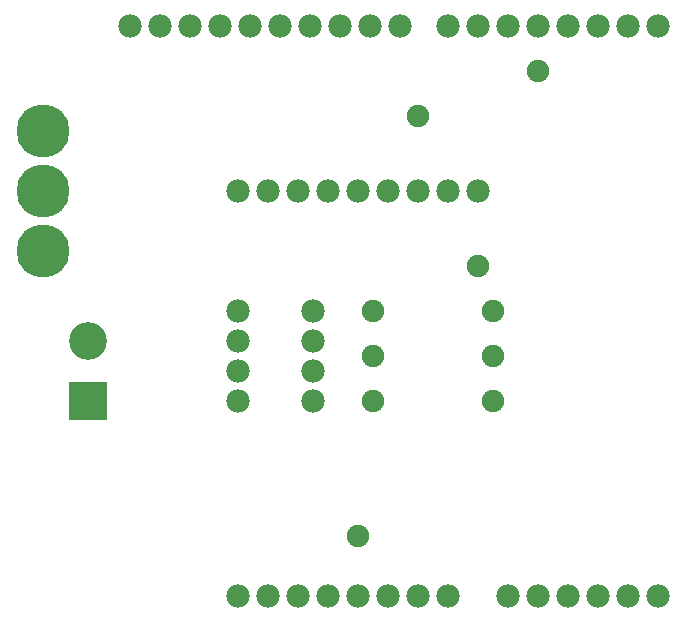
<source format=gtl>
G04 MADE WITH FRITZING*
G04 WWW.FRITZING.ORG*
G04 DOUBLE SIDED*
G04 HOLES PLATED*
G04 CONTOUR ON CENTER OF CONTOUR VECTOR*
%ASAXBY*%
%FSLAX23Y23*%
%MOIN*%
%OFA0B0*%
%SFA1.0B1.0*%
%ADD10C,0.075000*%
%ADD11C,0.078000*%
%ADD12C,0.125984*%
%ADD13C,0.177165*%
%ADD14R,0.125984X0.125984*%
%LNCOPPER1*%
G90*
G70*
G54D10*
X1644Y738D03*
X1244Y738D03*
X1644Y888D03*
X1244Y888D03*
X1644Y1038D03*
X1244Y1038D03*
G54D11*
X1044Y738D03*
X1044Y838D03*
X1044Y938D03*
X1044Y1038D03*
X794Y738D03*
X794Y838D03*
X794Y938D03*
X794Y1038D03*
X1333Y1988D03*
X1233Y1988D03*
X1133Y1988D03*
X1033Y1988D03*
X933Y1988D03*
X833Y1988D03*
X733Y1988D03*
X633Y1988D03*
X533Y1988D03*
X433Y1988D03*
X1494Y88D03*
X1394Y88D03*
X1294Y88D03*
X1194Y88D03*
X1094Y88D03*
X994Y88D03*
X894Y88D03*
X794Y88D03*
X2194Y88D03*
X2094Y88D03*
X1994Y88D03*
X1894Y88D03*
X1794Y88D03*
X1694Y88D03*
X2194Y1988D03*
X2094Y1988D03*
X1994Y1988D03*
X1894Y1988D03*
X1794Y1988D03*
X1694Y1988D03*
X1594Y1988D03*
X1494Y1988D03*
X1594Y1438D03*
X1494Y1438D03*
X1394Y1438D03*
X1294Y1438D03*
X1194Y1438D03*
X1094Y1438D03*
X994Y1438D03*
X894Y1438D03*
X794Y1438D03*
G54D10*
X1394Y1688D03*
X1794Y1838D03*
X1194Y288D03*
X1594Y1188D03*
G54D12*
X294Y738D03*
X294Y938D03*
G54D13*
X144Y1638D03*
X144Y1438D03*
X144Y1238D03*
G54D14*
X294Y738D03*
G04 End of Copper1*
M02*
</source>
